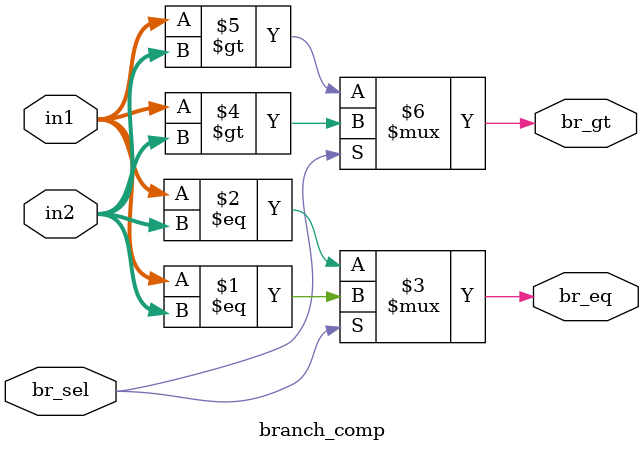
<source format=v>
`timescale 1ns / 1ps


module branch_comp(
    input [31:0] in1,
    input [31:0] in2,
    input br_sel,
    output br_eq,
    output br_gt
    );
    assign br_eq=br_sel?(in1==in2):($signed(in1)==$signed(in2));
    assign br_gt=br_sel?(in1>in2):($signed(in1)>$signed(in2));
endmodule

</source>
